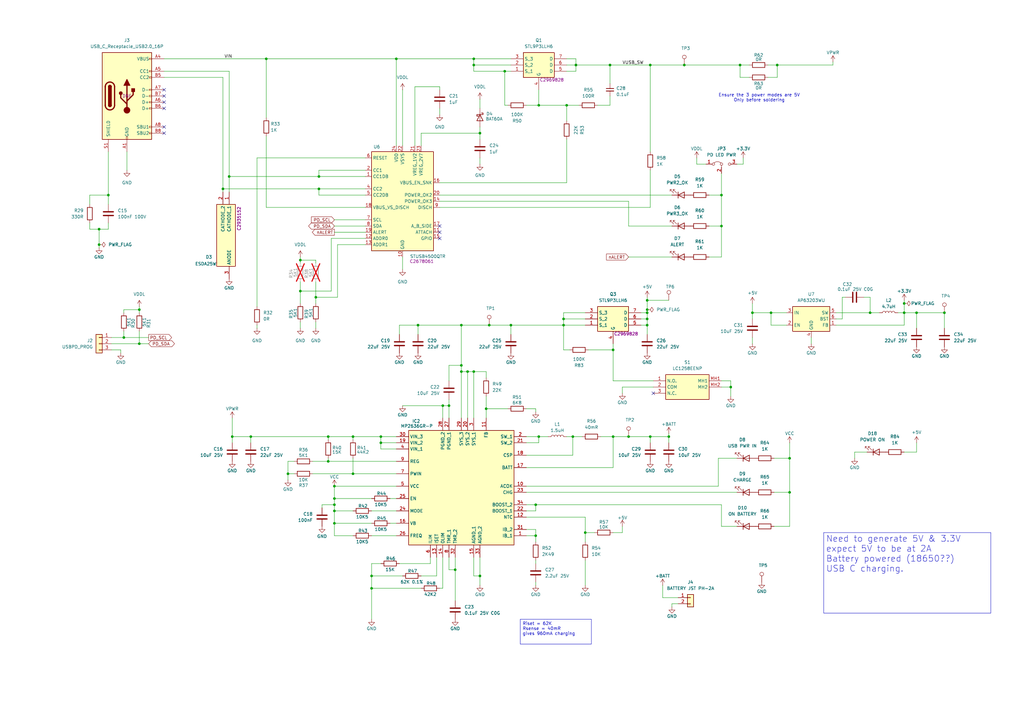
<source format=kicad_sch>
(kicad_sch (version 20250114) (generator "eeschema") (generator_version "9.0")
  (paper "A3")
  (text "Ensure the 3 power modes are 5V\nOnly before soldering" (at 311.404 40.132 0) (effects (font (size 1.27 1.27))))
  (text_box "Need to generate 5V & 3.3V\nexpect 5V to be at 2A\nBattery powered (18650??) \nUSB C charging." (at 337.82 218.44 0) (size 68.58 33.02) (margins 0.9525 0.9525 0.9525 0.9525) (effects (font (size 2.54 2.54)) (justify left top)))
  (text_box "Riset = 62K \nRsense = 40mR\ngives 960mA charging" (at 213.36 254 0) (size 29.21 10.16) (margins 0.9525 0.9525 0.9525 0.9525) (effects (font (size 1.27 1.27)) (justify left top)))
  (junction (at 299.72 158.75))
  (junction (at 194.31 152.4))
  (junction (at 266.7 179.07))
  (junction (at 118.11 194.31))
  (junction (at 194.31 24.13))
  (junction (at 57.15 140.97))
  (junction (at 231.14 133.35))
  (junction (at 295.91 80.01))
  (junction (at 156.21 179.07))
  (junction (at 318.77 26.67))
  (junction (at 95.25 179.07))
  (junction (at 189.23 152.4))
  (junction (at 189.23 149.86))
  (junction (at 356.87 128.27))
  (junction (at 234.95 179.07))
  (junction (at 370.84 124.46))
  (junction (at 40.64 93.98))
  (junction (at 200.66 133.35))
  (junction (at 308.61 128.27))
  (junction (at 375.92 128.27))
  (junction (at 144.78 194.31))
  (junction (at 303.53 26.67))
  (junction (at 137.16 214.63))
  (junction (at 162.56 24.13))
  (junction (at 265.43 123.19))
  (junction (at 265.43 128.27))
  (junction (at 93.98 72.39))
  (junction (at 156.21 181.61))
  (junction (at 186.69 233.68))
  (junction (at 240.03 218.44))
  (junction (at 137.16 207.01))
  (junction (at 220.98 179.07))
  (junction (at 265.43 127))
  (junction (at 219.71 219.71))
  (junction (at 196.85 54.61))
  (junction (at 102.87 179.07))
  (junction (at 370.84 128.27))
  (junction (at 209.55 133.35))
  (junction (at 196.85 236.22))
  (junction (at 274.32 179.07))
  (junction (at 295.91 92.71))
  (junction (at 231.14 130.81))
  (junction (at 207.01 29.21))
  (junction (at 250.19 26.67))
  (junction (at 266.7 26.67))
  (junction (at 199.39 167.64))
  (junction (at 387.35 128.27))
  (junction (at 220.98 43.18))
  (junction (at 323.85 201.93))
  (junction (at 265.43 130.81))
  (junction (at 171.45 133.35))
  (junction (at 265.43 133.35))
  (junction (at 137.16 204.47))
  (junction (at 189.23 133.35))
  (junction (at 280.67 26.67))
  (junction (at 194.31 26.67))
  (junction (at 137.16 209.55))
  (junction (at 257.81 179.07))
  (junction (at 134.62 189.23))
  (junction (at 232.41 43.18))
  (junction (at 129.54 121.92))
  (junction (at 323.85 187.96))
  (junction (at 44.45 80.01))
  (junction (at 40.64 100.33))
  (junction (at 91.44 77.47))
  (junction (at 316.23 128.27))
  (junction (at 109.22 24.13))
  (junction (at 181.61 166.37))
  (junction (at 123.19 119.38))
  (junction (at 130.81 77.47))
  (junction (at 191.77 152.4))
  (junction (at 152.4 236.22))
  (junction (at 184.15 166.37))
  (junction (at 134.62 179.07))
  (junction (at 130.81 72.39))
  (junction (at 251.46 143.51))
  (junction (at 236.22 26.67))
  (junction (at 50.8 138.43))
  (junction (at 137.16 199.39))
  (junction (at 152.4 241.3))
  (junction (at 123.19 106.68))
  (junction (at 57.15 127))
  (junction (at 251.46 179.07))
  (junction (at 144.78 179.07))
  (junction (at 219.71 207.01))
  (no_connect (at 67.31 44.45))
  (no_connect (at 67.31 39.37))
  (no_connect (at 67.31 36.83))
  (no_connect (at 180.34 95.25))
  (no_connect (at 267.97 161.29))
  (no_connect (at 67.31 54.61))
  (no_connect (at 180.34 97.79))
  (no_connect (at 67.31 41.91))
  (no_connect (at 180.34 92.71))
  (no_connect (at 67.31 52.07))
  (wire (pts (xy 36.83 83.82) (xy 36.83 80.01)))
  (wire (pts (xy 240.03 128.27) (xy 231.14 128.27)))
  (wire (pts (xy 137.16 214.63) (xy 137.16 209.55)))
  (wire (pts (xy 318.77 31.75) (xy 318.77 26.67)))
  (wire (pts (xy 295.91 92.71) (xy 290.83 92.71)))
  (wire (pts (xy 199.39 152.4) (xy 194.31 152.4)))
  (wire (pts (xy 137.16 219.71) (xy 137.16 214.63)))
  (wire (pts (xy 375.92 128.27) (xy 387.35 128.27)))
  (wire (pts (xy 354.33 121.92) (xy 356.87 121.92)))
  (wire (pts (xy 236.22 26.67) (xy 250.19 26.67)))
  (wire (pts (xy 57.15 127) (xy 57.15 128.27)))
  (wire (pts (xy 194.31 24.13) (xy 162.56 24.13)))
  (wire (pts (xy 186.69 233.68) (xy 186.69 246.38)))
  (wire (pts (xy 308.61 128.27) (xy 316.23 128.27)))
  (wire (pts (xy 130.81 69.85) (xy 130.81 72.39)))
  (wire (pts (xy 196.85 40.64) (xy 196.85 44.45)))
  (wire (pts (xy 184.15 149.86) (xy 189.23 149.86)))
  (wire (pts (xy 370.84 124.46) (xy 370.84 128.27)))
  (wire (pts (xy 215.9 181.61) (xy 220.98 181.61)))
  (wire (pts (xy 265.43 137.16) (xy 265.43 133.35)))
  (wire (pts (xy 152.4 236.22) (xy 152.4 231.14)))
  (wire (pts (xy 215.9 209.55) (xy 219.71 209.55)))
  (wire (pts (xy 171.45 137.16) (xy 171.45 133.35)))
  (wire (pts (xy 152.4 241.3) (xy 152.4 236.22)))
  (wire (pts (xy 49.53 143.51) (xy 49.53 144.78)))
  (wire (pts (xy 91.44 77.47) (xy 130.81 77.47)))
  (wire (pts (xy 95.25 179.07) (xy 95.25 181.61)))
  (wire (pts (xy 60.96 138.43) (xy 50.8 138.43)))
  (wire (pts (xy 308.61 124.46) (xy 308.61 128.27)))
  (wire (pts (xy 128.27 194.31) (xy 144.78 194.31)))
  (wire (pts (xy 144.78 179.07) (xy 156.21 179.07)))
  (wire (pts (xy 220.98 179.07) (xy 224.79 179.07)))
  (wire (pts (xy 219.71 229.87) (xy 219.71 231.14)))
  (wire (pts (xy 265.43 123.19) (xy 265.43 127)))
  (wire (pts (xy 162.56 189.23) (xy 134.62 189.23)))
  (wire (pts (xy 165.1 166.37) (xy 181.61 166.37)))
  (wire (pts (xy 123.19 106.68) (xy 123.19 107.95)))
  (wire (pts (xy 285.75 64.77) (xy 285.75 67.31)))
  (wire (pts (xy 180.34 82.55) (xy 257.81 82.55)))
  (wire (pts (xy 170.18 59.69) (xy 170.18 35.56)))
  (wire (pts (xy 134.62 179.07) (xy 134.62 180.34)))
  (wire (pts (xy 215.9 43.18) (xy 220.98 43.18)))
  (wire (pts (xy 255.27 158.75) (xy 267.97 158.75)))
  (wire (pts (xy 137.16 92.71) (xy 149.86 92.71)))
  (wire (pts (xy 303.53 31.75) (xy 303.53 26.67)))
  (wire (pts (xy 250.19 26.67) (xy 250.19 34.29)))
  (wire (pts (xy 152.4 241.3) (xy 172.72 241.3)))
  (wire (pts (xy 345.44 130.81) (xy 342.9 130.81)))
  (wire (pts (xy 149.86 97.79) (xy 135.89 97.79)))
  (wire (pts (xy 172.72 59.69) (xy 172.72 54.61)))
  (wire (pts (xy 341.63 26.67) (xy 341.63 25.4)))
  (wire (pts (xy 266.7 179.07) (xy 266.7 181.61)))
  (wire (pts (xy 109.22 24.13) (xy 109.22 48.26)))
  (wire (pts (xy 95.25 171.45) (xy 95.25 179.07)))
  (wire (pts (xy 271.78 245.11) (xy 271.78 240.03)))
  (wire (pts (xy 180.34 35.56) (xy 180.34 36.83)))
  (wire (pts (xy 102.87 179.07) (xy 134.62 179.07)))
  (wire (pts (xy 231.14 133.35) (xy 240.03 133.35)))
  (wire (pts (xy 149.86 85.09) (xy 109.22 85.09)))
  (wire (pts (xy 231.14 143.51) (xy 233.68 143.51)))
  (wire (pts (xy 207.01 29.21) (xy 194.31 29.21)))
  (wire (pts (xy 251.46 143.51) (xy 251.46 140.97)))
  (wire (pts (xy 232.41 43.18) (xy 232.41 49.53)))
  (wire (pts (xy 299.72 156.21) (xy 299.72 158.75)))
  (wire (pts (xy 199.39 167.64) (xy 199.39 171.45)))
  (wire (pts (xy 332.74 138.43) (xy 332.74 140.97)))
  (wire (pts (xy 220.98 43.18) (xy 232.41 43.18)))
  (wire (pts (xy 118.11 189.23) (xy 120.65 189.23)))
  (wire (pts (xy 370.84 133.35) (xy 370.84 128.27)))
  (wire (pts (xy 170.18 35.56) (xy 180.34 35.56)))
  (wire (pts (xy 240.03 218.44) (xy 243.84 218.44)))
  (wire (pts (xy 196.85 54.61) (xy 196.85 57.15)))
  (wire (pts (xy 304.8 67.31) (xy 302.26 67.31)))
  (wire (pts (xy 137.16 209.55) (xy 144.78 209.55)))
  (wire (pts (xy 280.67 26.67) (xy 303.53 26.67)))
  (wire (pts (xy 265.43 130.81) (xy 265.43 128.27)))
  (wire (pts (xy 67.31 24.13) (xy 109.22 24.13)))
  (wire (pts (xy 307.34 31.75) (xy 303.53 31.75)))
  (wire (pts (xy 209.55 24.13) (xy 194.31 24.13)))
  (wire (pts (xy 36.83 91.44) (xy 36.83 93.98)))
  (wire (pts (xy 285.75 67.31) (xy 289.56 67.31)))
  (wire (pts (xy 93.98 72.39) (xy 130.81 72.39)))
  (wire (pts (xy 191.77 152.4) (xy 189.23 152.4)))
  (wire (pts (xy 215.9 217.17) (xy 219.71 217.17)))
  (wire (pts (xy 199.39 154.94) (xy 199.39 152.4)))
  (wire (pts (xy 231.14 133.35) (xy 231.14 143.51)))
  (wire (pts (xy 137.16 214.63) (xy 152.4 214.63)))
  (wire (pts (xy 234.95 186.69) (xy 234.95 179.07)))
  (wire (pts (xy 231.14 130.81) (xy 240.03 130.81)))
  (wire (pts (xy 278.13 245.11) (xy 271.78 245.11)))
  (wire (pts (xy 215.9 167.64) (xy 219.71 167.64)))
  (wire (pts (xy 308.61 128.27) (xy 308.61 130.81)))
  (wire (pts (xy 250.19 43.18) (xy 250.19 39.37)))
  (wire (pts (xy 123.19 105.41) (xy 123.19 106.68)))
  (wire (pts (xy 316.23 128.27) (xy 322.58 128.27)))
  (wire (pts (xy 234.95 179.07) (xy 238.76 179.07)))
  (wire (pts (xy 314.96 31.75) (xy 318.77 31.75)))
  (wire (pts (xy 375.92 185.42) (xy 375.92 181.61)))
  (wire (pts (xy 208.28 43.18) (xy 207.01 43.18)))
  (wire (pts (xy 257.81 179.07) (xy 251.46 179.07)))
  (wire (pts (xy 240.03 218.44) (xy 240.03 222.25)))
  (wire (pts (xy 123.19 119.38) (xy 123.19 124.46)))
  (wire (pts (xy 370.84 123.19) (xy 370.84 124.46)))
  (wire (pts (xy 209.55 133.35) (xy 209.55 137.16)))
  (wire (pts (xy 152.4 219.71) (xy 162.56 219.71)))
  (wire (pts (xy 215.9 212.09) (xy 240.03 212.09)))
  (wire (pts (xy 200.66 133.35) (xy 209.55 133.35)))
  (wire (pts (xy 257.81 105.41) (xy 275.59 105.41)))
  (wire (pts (xy 44.45 80.01) (xy 44.45 62.23)))
  (wire (pts (xy 40.64 93.98) (xy 44.45 93.98)))
  (wire (pts (xy 215.9 207.01) (xy 219.71 207.01)))
  (wire (pts (xy 40.64 100.33) (xy 40.64 101.6)))
  (wire (pts (xy 129.54 132.08) (xy 129.54 134.62)))
  (wire (pts (xy 130.81 80.01) (xy 130.81 77.47)))
  (wire (pts (xy 219.71 209.55) (xy 219.71 207.01)))
  (wire (pts (xy 156.21 179.07) (xy 162.56 179.07)))
  (wire (pts (xy 295.91 215.9) (xy 302.26 215.9)))
  (wire (pts (xy 317.5 215.9) (xy 323.85 215.9)))
  (wire (pts (xy 219.71 217.17) (xy 219.71 219.71)))
  (wire (pts (xy 128.27 189.23) (xy 134.62 189.23)))
  (wire (pts (xy 295.91 158.75) (xy 299.72 158.75)))
  (wire (pts (xy 275.59 248.92) (xy 275.59 247.65)))
  (wire (pts (xy 109.22 24.13) (xy 162.56 24.13)))
  (wire (pts (xy 186.69 228.6) (xy 186.69 233.68)))
  (wire (pts (xy 180.34 74.93) (xy 232.41 74.93)))
  (wire (pts (xy 95.25 179.07) (xy 102.87 179.07)))
  (wire (pts (xy 262.89 130.81) (xy 265.43 130.81)))
  (wire (pts (xy 102.87 179.07) (xy 102.87 181.61)))
  (wire (pts (xy 137.16 199.39) (xy 162.56 199.39)))
  (wire (pts (xy 232.41 179.07) (xy 234.95 179.07)))
  (wire (pts (xy 232.41 29.21) (xy 236.22 29.21)))
  (wire (pts (xy 215.9 179.07) (xy 220.98 179.07)))
  (wire (pts (xy 209.55 26.67) (xy 194.31 26.67)))
  (wire (pts (xy 181.61 228.6) (xy 181.61 241.3)))
  (wire (pts (xy 171.45 133.35) (xy 189.23 133.35)))
  (wire (pts (xy 317.5 201.93) (xy 323.85 201.93)))
  (wire (pts (xy 314.96 26.67) (xy 318.77 26.67)))
  (wire (pts (xy 232.41 26.67) (xy 236.22 26.67)))
  (wire (pts (xy 199.39 162.56) (xy 199.39 167.64)))
  (wire (pts (xy 316.23 133.35) (xy 316.23 128.27)))
  (wire (pts (xy 160.02 214.63) (xy 162.56 214.63)))
  (wire (pts (xy 215.9 201.93) (xy 302.26 201.93)))
  (wire (pts (xy 232.41 57.15) (xy 232.41 74.93)))
  (wire (pts (xy 370.84 185.42) (xy 375.92 185.42)))
  (wire (pts (xy 91.44 77.47) (xy 91.44 31.75)))
  (wire (pts (xy 241.3 143.51) (xy 251.46 143.51)))
  (wire (pts (xy 179.07 236.22) (xy 179.07 228.6)))
  (wire (pts (xy 209.55 133.35) (xy 231.14 133.35)))
  (wire (pts (xy 184.15 156.21) (xy 184.15 149.86)))
  (wire (pts (xy 130.81 72.39) (xy 149.86 72.39)))
  (wire (pts (xy 134.62 189.23) (xy 134.62 187.96)))
  (wire (pts (xy 251.46 143.51) (xy 251.46 156.21)))
  (wire (pts (xy 240.03 229.87) (xy 240.03 240.03)))
  (wire (pts (xy 129.54 115.57) (xy 129.54 121.92)))
  (wire (pts (xy 220.98 181.61) (xy 220.98 179.07)))
  (wire (pts (xy 163.83 137.16) (xy 163.83 133.35)))
  (wire (pts (xy 251.46 218.44) (xy 255.27 218.44)))
  (wire (pts (xy 265.43 133.35) (xy 265.43 130.81)))
  (wire (pts (xy 215.9 191.77) (xy 251.46 191.77)))
  (wire (pts (xy 215.9 186.69) (xy 234.95 186.69)))
  (wire (pts (xy 180.34 80.01) (xy 275.59 80.01)))
  (wire (pts (xy 123.19 115.57) (xy 123.19 119.38)))
  (wire (pts (xy 67.31 29.21) (xy 93.98 29.21)))
  (wire (pts (xy 152.4 231.14) (xy 156.21 231.14)))
  (wire (pts (xy 172.72 236.22) (xy 179.07 236.22)))
  (wire (pts (xy 105.41 64.77) (xy 105.41 125.73)))
  (wire (pts (xy 93.98 29.21) (xy 93.98 72.39)))
  (wire (pts (xy 149.86 100.33) (xy 138.43 100.33)))
  (wire (pts (xy 262.89 128.27) (xy 265.43 128.27)))
  (wire (pts (xy 375.92 128.27) (xy 375.92 134.62)))
  (wire (pts (xy 118.11 194.31) (xy 118.11 189.23)))
  (wire (pts (xy 137.16 204.47) (xy 137.16 199.39)))
  (wire (pts (xy 36.83 80.01) (xy 44.45 80.01)))
  (wire (pts (xy 295.91 156.21) (xy 299.72 156.21)))
  (wire (pts (xy 162.56 24.13) (xy 162.56 59.69)))
  (wire (pts (xy 57.15 135.89) (xy 57.15 140.97)))
  (wire (pts (xy 176.53 231.14) (xy 176.53 228.6)))
  (wire (pts (xy 189.23 152.4) (xy 189.23 171.45)))
  (wire (pts (xy 123.19 119.38) (xy 135.89 119.38)))
  (wire (pts (xy 160.02 204.47) (xy 162.56 204.47)))
  (wire (pts (xy 152.4 204.47) (xy 137.16 204.47)))
  (wire (pts (xy 196.85 236.22) (xy 196.85 240.03)))
  (wire (pts (xy 162.56 194.31) (xy 144.78 194.31)))
  (wire (pts (xy 360.68 128.27) (xy 356.87 128.27)))
  (wire (pts (xy 138.43 100.33) (xy 138.43 121.92)))
  (wire (pts (xy 105.41 64.77) (xy 149.86 64.77)))
  (wire (pts (xy 50.8 135.89) (xy 50.8 138.43)))
  (wire (pts (xy 266.7 179.07) (xy 257.81 179.07)))
  (wire (pts (xy 323.85 187.96) (xy 323.85 201.93)))
  (wire (pts (xy 294.64 199.39) (xy 294.64 187.96)))
  (wire (pts (xy 266.7 26.67) (xy 280.67 26.67)))
  (wire (pts (xy 245.11 43.18) (xy 250.19 43.18)))
  (wire (pts (xy 236.22 24.13) (xy 236.22 26.67)))
  (wire (pts (xy 387.35 128.27) (xy 387.35 134.62)))
  (wire (pts (xy 44.45 93.98) (xy 44.45 91.44)))
  (wire (pts (xy 266.7 85.09) (xy 266.7 69.85)))
  (wire (pts (xy 267.97 156.21) (xy 251.46 156.21)))
  (wire (pts (xy 144.78 194.31) (xy 144.78 187.96)))
  (wire (pts (xy 250.19 26.67) (xy 266.7 26.67)))
  (wire (pts (xy 134.62 179.07) (xy 144.78 179.07)))
  (wire (pts (xy 295.91 207.01) (xy 295.91 215.9)))
  (wire (pts (xy 129.54 121.92) (xy 129.54 124.46)))
  (wire (pts (xy 274.32 179.07) (xy 274.32 177.8)))
  (wire (pts (xy 231.14 128.27) (xy 231.14 130.81)))
  (wire (pts (xy 152.4 209.55) (xy 162.56 209.55)))
  (wire (pts (xy 181.61 241.3) (xy 180.34 241.3)))
  (wire (pts (xy 265.43 121.92) (xy 265.43 123.19)))
  (wire (pts (xy 137.16 95.25) (xy 149.86 95.25)))
  (wire (pts (xy 194.31 152.4) (xy 191.77 152.4)))
  (wire (pts (xy 196.85 228.6) (xy 196.85 236.22)))
  (wire (pts (xy 304.8 64.77) (xy 304.8 67.31)))
  (wire (pts (xy 322.58 133.35) (xy 316.23 133.35)))
  (wire (pts (xy 294.64 187.96) (xy 302.26 187.96)))
  (wire (pts (xy 129.54 106.68) (xy 129.54 107.95)))
  (wire (pts (xy 162.56 184.15) (xy 156.21 184.15)))
  (wire (pts (xy 181.61 166.37) (xy 181.61 171.45)))
  (wire (pts (xy 57.15 140.97) (xy 45.72 140.97)))
  (wire (pts (xy 266.7 26.67) (xy 266.7 62.23)))
  (wire (pts (xy 219.71 238.76) (xy 219.71 240.03)))
  (wire (pts (xy 308.61 138.43) (xy 308.61 140.97)))
  (wire (pts (xy 240.03 212.09) (xy 240.03 218.44)))
  (wire (pts (xy 207.01 43.18) (xy 207.01 29.21)))
  (wire (pts (xy 262.89 133.35) (xy 265.43 133.35)))
  (wire (pts (xy 219.71 207.01) (xy 295.91 207.01)))
  (wire (pts (xy 299.72 158.75) (xy 299.72 162.56)))
  (wire (pts (xy 189.23 149.86) (xy 189.23 152.4)))
  (wire (pts (xy 184.15 166.37) (xy 184.15 163.83)))
  (wire (pts (xy 45.72 143.51) (xy 49.53 143.51)))
  (wire (pts (xy 118.11 194.31) (xy 120.65 194.31)))
  (wire (pts (xy 209.55 29.21) (xy 207.01 29.21)))
  (wire (pts (xy 137.16 207.01) (xy 137.16 204.47)))
  (wire (pts (xy 274.32 179.07) (xy 274.32 181.61)))
  (wire (pts (xy 251.46 191.77) (xy 251.46 179.07)))
  (wire (pts (xy 123.19 106.68) (xy 129.54 106.68)))
  (wire (pts (xy 191.77 171.45) (xy 191.77 152.4)))
  (wire (pts (xy 194.31 228.6) (xy 194.31 236.22)))
  (wire (pts (xy 246.38 179.07) (xy 251.46 179.07)))
  (wire (pts (xy 350.52 185.42) (xy 355.6 185.42)))
  (wire (pts (xy 109.22 85.09) (xy 109.22 55.88)))
  (wire (pts (xy 323.85 181.61) (xy 323.85 187.96)))
  (wire (pts (xy 255.27 161.29) (xy 255.27 158.75)))
  (wire (pts (xy 36.83 93.98) (xy 40.64 93.98)))
  (wire (pts (xy 232.41 24.13) (xy 236.22 24.13)))
  (wire (pts (xy 132.08 208.28) (xy 132.08 207.01)))
  (wire (pts (xy 184.15 228.6) (xy 184.15 233.68)))
  (wire (pts (xy 144.78 219.71) (xy 137.16 219.71)))
  (wire (pts (xy 275.59 247.65) (xy 278.13 247.65)))
  (wire (pts (xy 232.41 43.18) (xy 237.49 43.18)))
  (wire (pts (xy 152.4 254) (xy 152.4 241.3)))
  (wire (pts (xy 180.34 44.45) (xy 180.34 46.99)))
  (wire (pts (xy 93.98 72.39) (xy 93.98 78.74)))
  (wire (pts (xy 196.85 64.77) (xy 196.85 67.31)))
  (wire (pts (xy 303.53 26.67) (xy 307.34 26.67)))
  (wire (pts (xy 184.15 233.68) (xy 186.69 233.68)))
  (wire (pts (xy 265.43 128.27) (xy 265.43 127)))
  (wire (pts (xy 172.72 54.61) (xy 196.85 54.61)))
  (wire (pts (xy 163.83 133.35) (xy 171.45 133.35)))
  (wire (pts (xy 265.43 123.19) (xy 274.32 123.19)))
  (wire (pts (xy 130.81 77.47) (xy 149.86 77.47)))
  (wire (pts (xy 156.21 181.61) (xy 156.21 179.07)))
  (wire (pts (xy 220.98 36.83) (xy 220.98 43.18)))
  (wire (pts (xy 165.1 36.83) (xy 165.1 59.69)))
  (wire (pts (xy 123.19 132.08) (xy 123.19 134.62)))
  (wire (pts (xy 345.44 121.92) (xy 345.44 130.81)))
  (wire (pts (xy 105.41 133.35) (xy 105.41 134.62)))
  (wire (pts (xy 137.16 90.17) (xy 149.86 90.17)))
  (wire (pts (xy 156.21 184.15) (xy 156.21 181.61)))
  (wire (pts (xy 194.31 236.22) (xy 196.85 236.22)))
  (wire (pts (xy 295.91 80.01) (xy 295.91 92.71)))
  (wire (pts (xy 135.89 97.79) (xy 135.89 119.38)))
  (wire (pts (xy 257.81 82.55) (xy 257.81 92.71)))
  (wire (pts (xy 194.31 29.21) (xy 194.31 26.67)))
  (wire (pts (xy 295.91 71.12) (xy 295.91 80.01)))
  (wire (pts (xy 317.5 187.96) (xy 323.85 187.96)))
  (wire (pts (xy 231.14 130.81) (xy 231.14 133.35)))
  (wire (pts (xy 295.91 105.41) (xy 290.83 105.41)))
  (wire (pts (xy 215.9 199.39) (xy 294.64 199.39)))
  (wire (pts (xy 346.71 121.92) (xy 345.44 121.92)))
  (wire (pts (xy 152.4 236.22) (xy 165.1 236.22)))
  (wire (pts (xy 356.87 121.92) (xy 356.87 128.27)))
  (wire (pts (xy 144.78 179.07) (xy 144.78 180.34)))
  (wire (pts (xy 118.11 196.85) (xy 118.11 194.31)))
  (wire (pts (xy 257.81 92.71) (xy 275.59 92.71)))
  (wire (pts (xy 219.71 219.71) (xy 219.71 222.25)))
  (wire (pts (xy 184.15 166.37) (xy 184.15 171.45)))
  (wire (pts (xy 215.9 219.71) (xy 219.71 219.71)))
  (wire (pts (xy 40.64 93.98) (xy 40.64 100.33)))
  (wire (pts (xy 196.85 52.07) (xy 196.85 54.61)))
  (wire (pts (xy 266.7 179.07) (xy 274.32 179.07)))
  (wire (pts (xy 57.15 125.73) (xy 57.15 127)))
  (wire (pts (xy 50.8 127) (xy 50.8 128.27)))
  (wire (pts (xy 255.27 218.44) (xy 255.27 215.9)))
  (wire (pts (xy 44.45 83.82) (xy 44.45 80.01)))
  (wire (pts (xy 149.86 69.85) (xy 130.81 69.85)))
  (wire (pts (xy 370.84 128.27) (xy 368.3 128.27)))
  (wire (pts (xy 52.07 62.23) (xy 52.07 69.85)))
  (wire (pts (xy 199.39 167.64) (xy 208.28 167.64)))
  (wire (pts (xy 318.77 26.67) (xy 341.63 26.67)))
  (wire (pts (xy 50.8 138.43) (xy 45.72 138.43)))
  (wire (pts (xy 163.83 231.14) (xy 176.53 231.14)))
  (wire (pts (xy 189.23 133.35) (xy 200.66 133.35)))
  (wire (pts (xy 137.16 209.55) (xy 137.16 207.01)))
  (wire (pts (xy 180.34 85.09) (xy 266.7 85.09)))
  (wire (pts (xy 370.84 128.27) (xy 375.92 128.27)))
  (wire (pts (xy 290.83 80.01) (xy 295.91 80.01)))
  (wire (pts (xy 57.15 127) (xy 50.8 127)))
  (wire (pts (xy 189.23 133.35) (xy 189.23 149.86)))
  (wire (pts (xy 138.43 121.92) (xy 129.54 121.92)))
  (wire (pts (xy 342.9 133.35) (xy 370.84 133.35)))
  (wire (pts (xy 219.71 167.64) (xy 219.71 168.91)))
  (wire (pts (xy 295.91 92.71) (xy 295.91 105.41)))
  (wire (pts (xy 60.96 140.97) (xy 57.15 140.97)))
  (wire (pts (xy 132.08 207.01) (xy 137.16 207.01)))
  (wire (pts (xy 149.86 80.01) (xy 130.81 80.01)))
  (wire (pts (xy 165.1 105.41) (xy 165.1 110.49)))
  (wire (pts (xy 91.44 31.75) (xy 67.31 31.75)))
  (wire (pts (xy 181.61 166.37) (xy 184.15 166.37)))
  (wire (pts (xy 194.31 171.45) (xy 194.31 152.4)))
  (wire (pts (xy 350.52 187.96) (xy 350.52 185.42)))
  (wire (pts (xy 356.87 128.27) (xy 342.9 128.27)))
  (wire (pts (xy 156.21 181.61) (xy 162.56 181.61)))
  (wire (pts (xy 194.31 26.67) (xy 194.31 24.13)))
  (wire (pts (xy 91.44 77.47) (xy 91.44 78.74)))
  (wire (pts (xy 236.22 29.21) (xy 236.22 26.67)))
  (wire (pts (xy 323.85 201.93) (xy 323.85 215.9)))
  (label "VUSB_SW" (at 255.27 26.67 0))
  (label "VIN" (at 95.25 24.13 180))
  (global_label "PD_SCL" (shape output) (at 60.96 138.43 0) (property "Intersheetrefs" "${INTERSHEET_REFS}" (effects (hide yes))))
  (global_label "PD_SDA" (shape bidirectional) (at 60.96 140.97 0) (property "Intersheetrefs" "${INTERSHEET_REFS}" (effects (hide yes))))
  (global_label "nALERT" (shape input) (at 257.81 105.41 180) (property "Intersheetrefs" "${INTERSHEET_REFS}" (effects (hide yes))))
  (global_label "PD_SCL" (shape input) (at 137.16 90.17 180) (property "Intersheetrefs" "${INTERSHEET_REFS}" (effects (hide yes))))
  (global_label "PD_SDA" (shape bidirectional) (at 137.16 92.71 180) (property "Intersheetrefs" "${INTERSHEET_REFS}" (effects (hide yes))))
  (global_label "nALERT" (shape output) (at 137.16 95.25 180) (property "Intersheetrefs" "${INTERSHEET_REFS}" (effects (hide yes))))
  (symbol (lib_id "power:PWR_FLAG") (at 370.84 124.46 270) (unit 1)
    (property "Reference" "#FLG03" (effects (hide yes)))
    (property "Value" "PWR_FLAG" (at 373.634 124.46 90) (effects (justify left)))
    (property "Description" "Special symbol for telling ERC where power comes from" (effects (hide yes)))
  )
  (symbol (lib_id "power:VDDF") (at 165.1 36.83 0) (unit 1)
    (property "Reference" "#PWR0105" (effects (hide yes)))
    (property "Value" "VDDL" (at 165.1 31.75 0))
    (property "Description" "Power symbol creates a global label with name \"VDDF\"" (effects (hide yes)))
  )
  (symbol (lib_id "Device:C") (at 184.15 160.02 0) (unit 1)
    (property "Reference" "C22" (at 180.34 158.7499 0) (effects (justify right)))
    (property "Value" "10uF 25V" (at 180.34 161.2899 0) (effects (justify right)))
    (property "Footprint" "Capacitor_SMD:C_0805_2012Metric" (effects (hide yes)))
    (property "Description" "Unpolarized capacitor" (effects (hide yes)))
  )
  (symbol (lib_id "Device:R") (at 367.03 185.42 90) (mirror x) (unit 1)
    (property "Reference" "R84" (at 367.03 179.07 90))
    (property "Value" "1K" (at 367.03 181.61 90))
    (property "Footprint" "Resistor_SMD:R_0402_1005Metric" (effects (hide yes)))
    (property "LCSC" "C23179" (effects (hide yes)))
  )
  (symbol (lib_id "Device:LED") (at 306.07 215.9 0) (mirror x) (unit 1)
    (property "Reference" "D10" (at 304.4825 208.28 0))
    (property "Value" "ON BATTERY" (at 304.4825 210.82 0))
    (property "Footprint" "LED_SMD:LED_0805_2012Metric" (effects (hide yes)))
    (property "Description" "Light emitting diode" (effects (hide yes)))
    (property "Sim.Pins" "1=K 2=A" (effects (hide yes)))
  )
  (symbol (lib_id "Connector_Generic:Conn_01x02") (at 283.21 245.11 0) (unit 1)
    (property "Reference" "J4" (at 283.21 238.76 0))
    (property "Value" "BATTERY JST PH-2A" (at 283.21 241.3 0))
    (property "Footprint" "S2B-XH-A_LF__SN_:SHDRRA2W80P0X250_1X2_740X1150X610P" (effects (hide yes)))
    (property "Description" "Generic connector, single row, 01x02, script generated (kicad-library-utils/schlib/autogen/connector/)" (effects (hide yes)))
    (property "Mouser Part Number" "306-S2B-XH-ALFSN" (effects (hide yes)))
  )
  (symbol (lib_id "Device:C") (at 196.85 60.96 0) (unit 1)
    (property "Reference" "C24" (at 200.66 59.6899 0) (effects (justify left)))
    (property "Value" "1uF" (at 200.66 62.2299 0) (effects (justify left)))
    (property "Footprint" "Capacitor_SMD:C_0603_1608Metric" (effects (hide yes)))
    (property "Description" "Unpolarized capacitor" (effects (hide yes)))
    (property "LCSC" "C15849" (effects (hide yes)))
  )
  (symbol (lib_id "Device:C") (at 44.45 87.63 0) (unit 1)
    (property "Reference" "C15" (at 48.26 86.3599 0) (effects (justify left)))
    (property "Value" "100nF 100V" (at 48.26 88.8999 0) (effects (justify left)))
    (property "Footprint" "Capacitor_SMD:C_0603_1608Metric" (effects (hide yes)))
    (property "Description" "Unpolarized capacitor" (effects (hide yes)))
    (property "LCSC" "C14663" (effects (hide yes)))
  )
  (symbol (lib_id "power:VDDF") (at 285.75 64.77 0) (unit 1)
    (property "Reference" "#PWR0126" (effects (hide yes)))
    (property "Value" "VDDL" (at 285.75 60.96 0))
    (property "Description" "Power symbol creates a global label with name \"VDDF\"" (effects (hide yes)))
  )
  (symbol (lib_id "power:GND") (at 265.43 144.78 0) (mirror y) (unit 1)
    (property "Reference" "#PWR0116" (effects (hide yes)))
    (property "Value" "GND" (at 265.43 148.59 0))
  )
  (symbol (lib_id "power:GND") (at 275.59 248.92 0) (mirror y) (unit 1)
    (property "Reference" "#PWR0125" (effects (hide yes)))
    (property "Value" "GND" (at 275.59 252.73 0))
  )
  (symbol (lib_id "power:GND") (at 308.61 140.97 0) (mirror y) (unit 1)
    (property "Reference" "#PWR0128" (effects (hide yes)))
    (property "Value" "GND" (at 308.61 144.78 0))
  )
  (symbol (lib_id "power:+BATT") (at 274.32 177.8 0) (unit 1)
    (property "Reference" "#PWR0123" (effects (hide yes)))
    (property "Value" "+BATT" (at 274.32 173.99 0))
    (property "Description" "Power symbol creates a global label with name \"+BATT\"" (effects (hide yes)))
  )
  (symbol (lib_id "Device:R") (at 287.02 105.41 90) (mirror x) (unit 1)
    (property "Reference" "R61" (at 287.02 99.06 90))
    (property "Value" "1K" (at 287.02 101.6 90))
    (property "Footprint" "Resistor_SMD:R_0402_1005Metric" (effects (hide yes)))
    (property "LCSC" "C23179" (effects (hide yes)))
  )
  (symbol (lib_id "Device:R") (at 241.3 43.18 270) (unit 1)
    (property "Reference" "R55" (at 241.3 36.83 90))
    (property "Value" "100R" (at 241.3 39.37 90))
    (property "Footprint" "Resistor_SMD:R_0402_1005Metric" (effects (hide yes)))
    (property "Description" "Resistor" (effects (hide yes)))
    (property "LCSC" "DNF" (effects (hide yes)))
  )
  (symbol (lib_id "power:VCC") (at 323.85 181.61 0) (unit 1)
    (property "Reference" "#PWR0130" (effects (hide yes)))
    (property "Value" "VCC" (at 323.85 177.8 0))
    (property "Description" "Power symbol creates a global label with name \"VCC\"" (effects (hide yes)))
  )
  (symbol (lib_id "Device:R") (at 237.49 143.51 90) (unit 1)
    (property "Reference" "R83" (at 237.49 149.86 90))
    (property "Value" "100K" (at 237.49 147.32 90))
    (property "Footprint" "Resistor_SMD:R_0402_1005Metric" (effects (hide yes)))
    (property "Description" "Resistor" (effects (hide yes)))
    (property "LCSC" "DNF" (effects (hide yes)))
  )
  (symbol (lib_id "Jumper:Jumper_3_Bridged12") (at 295.91 67.31 0) (unit 1) (in_bom no)
    (property "Reference" "JP3" (at 295.91 60.96 0))
    (property "Value" "PD LED PWR" (at 295.91 63.5 0))
    (property "Footprint" "Jumpers:SolderJumper-3_P1.3mm_Bridged12_Pad1.0x1.5mm_NumberLabels" (effects (hide yes)))
    (property "Description" "Jumper, 3-pole, pins 1+2 closed/bridged" (effects (hide yes)))
  )
  (symbol (lib_id "Interface_USB:STUSB4500QTR") (at 165.1 82.55 0) (unit 1)
    (property "Reference" "U6" (at 153.162 60.198 0) (effects (justify left)))
    (property "Value" "STUSB4500QTR" (at 168.148 105.156 0) (effects (justify left)))
    (property "Footprint" "Package_DFN_QFN:QFN-24-1EP_4x4mm_P0.5mm_EP2.7x2.7mm" (effects (hide yes)))
    (property "Datasheet" "https://www.st.com/resource/en/datasheet/stusb4500.pdf" (effects (hide yes)))
    (property "Description" "Stand-alone USB PD controller (with sink Auto-run mode), QFN-24" (effects (hide yes)))
    (property "LCSC" "C2678061" (at 172.974 107.188 0))
  )
  (symbol (lib_id "Device:LED") (at 279.4 92.71 0) (mirror x) (unit 1)
    (property "Reference" "D6" (at 277.8125 85.09 0))
    (property "Value" "PWR3_OK" (at 277.8125 87.63 0))
    (property "Footprint" "LED_SMD:LED_0603_1608Metric" (effects (hide yes)))
    (property "Description" "Light emitting diode" (effects (hide yes)))
    (property "Sim.Pins" "1=K 2=A" (effects (hide yes)))
  )
  (symbol (lib_id "power:GND") (at 49.53 144.78 0) (unit 1)
    (property "Reference" "#PWR089" (effects (hide yes)))
    (property "Value" "GND" (at 49.53 148.59 0))
  )
  (symbol (lib_id "Device:R") (at 124.46 189.23 90) (mirror x) (unit 1)
    (property "Reference" "R36" (at 124.4388 184.4879 90))
    (property "Value" "5K1" (at 124.4388 186.7739 90))
    (property "Footprint" "Resistor_SMD:R_0402_1005Metric" (effects (hide yes)))
    (property "LCSC" "C23179" (effects (hide yes)))
  )
  (symbol (lib_id "Device:L") (at 228.6 179.07 90) (unit 1)
    (property "Reference" "L1" (at 228.6 173.99 90))
    (property "Value" "1.5uH" (at 228.6 176.53 90))
    (property "Footprint" "SRN6045HA-1R5Y:INDPM6060X470N" (effects (hide yes)))
    (property "Description" "Inductor" (effects (hide yes)))
    (property "Mouser Part Number" "652-SRN6045HA-1R5Y" (effects (hide yes)))
  )
  (symbol (lib_id "Device:R") (at 129.54 128.27 180) (unit 1)
    (property "Reference" "R39" (at 125.73 128.778 90))
    (property "Value" "5K1" (at 127.508 128.27 90))
    (property "Footprint" "Resistor_SMD:R_0402_1005Metric" (effects (hide yes)))
    (property "Description" "Resistor" (effects (hide yes)))
    (property "LCSC" "C25905" (effects (hide yes)))
  )
  (symbol (lib_id "power:GND") (at 299.72 162.56 0) (mirror y) (unit 1)
    (property "Reference" "#PWR0210" (effects (hide yes)))
    (property "Value" "GND" (at 299.72 166.37 0))
  )
  (symbol (lib_id "ESDA25W:ESDA25W") (at 93.98 78.74 270) (unit 1)
    (property "Reference" "D3" (at 84.328 105.41 90) (effects (justify left)))
    (property "Value" "ESDA25W" (at 80.01 108.204 90) (effects (justify left)))
    (property "Footprint" "ESDA25W:SOT65P210X110-3N" (effects (hide yes)))
    (property "Datasheet" "https://www.st.com/resource/en/datasheet/esdaxxxwx.pdf" (effects (hide yes)))
    (property "Description" "STMicroelectronics ESDA25W Dual Uni-Directional TVS Diode Array, 400W peak, 3-Pin SOT-323" (effects (hide yes)))
    (property "Height" "1.1" (effects (hide yes)))
    (property "Mouser Part Number" "511-ESDA25W" (effects (hide yes)))
    (property "Mouser Price/Stock" "https://www.mouser.co.uk/ProductDetail/STMicroelectronics/ESDA25W?qs=f9uBznyCLhbO4Du0O%2FZtlA%3D%3D" (effects (hide yes)))
    (property "Manufacturer_Name" "STMicroelectronics" (effects (hide yes)))
    (property "Manufacturer_Part_Number" "ESDA25W" (effects (hide yes)))
    (property "LCSC" "C2935152" (at 98.044 89.662 0))
  )
  (symbol (lib_id "Device:R") (at 219.71 226.06 180) (unit 1)
    (property "Reference" "R52" (at 222.25 224.7899 0) (effects (justify right)))
    (property "Value" "2K49" (at 222.25 227.3299 0) (effects (justify right)))
    (property "Footprint" "Resistor_SMD:R_0402_1005Metric" (effects (hide yes)))
    (property "LCSC" "C23179" (effects (hide yes)))
  )
  (symbol (lib_id "power:+3.3V") (at 341.63 25.4 0) (unit 1)
    (property "Reference" "#PWR0132" (effects (hide yes)))
    (property "Value" "VPWR" (at 341.63 21.59 0))
  )
  (symbol (lib_id "power:GND") (at 186.69 254 0) (mirror y) (unit 1)
    (property "Reference" "#PWR0110" (effects (hide yes)))
    (property "Value" "GND" (at 186.69 257.81 0))
  )
  (symbol (lib_id "power:GND") (at 171.45 144.78 0) (mirror y) (unit 1)
    (property "Reference" "#PWR0108" (effects (hide yes)))
    (property "Value" "GND" (at 171.45 148.59 0))
  )
  (symbol (lib_id "Device:C") (at 387.35 138.43 0) (mirror y) (unit 1)
    (property "Reference" "C34" (at 391.16 137.1599 0) (effects (justify right)))
    (property "Value" "22uF 25V" (at 391.16 139.6999 0) (effects (justify right)))
    (property "Footprint" "Capacitor_SMD:C_0805_2012Metric" (effects (hide yes)))
    (property "Description" "Unpolarized capacitor" (effects (hide yes)))
  )
  (symbol (lib_id "Device:R") (at 123.19 111.76 180) (unit 1) (dnp yes)
    (property "Reference" "R34" (at 119.38 112.268 90))
    (property "Value" "5K1" (at 121.158 111.76 90))
    (property "Footprint" "Resistor_SMD:R_0402_1005Metric" (effects (hide yes)))
    (property "Description" "Resistor" (effects (hide yes)))
    (property "LCSC" "C25905" (effects (hide yes)))
  )
  (symbol (lib_id "Device:LED") (at 306.07 201.93 0) (mirror x) (unit 1)
    (property "Reference" "D9" (at 304.4825 194.31 0))
    (property "Value" "CHARGE" (at 304.4825 196.85 0))
    (property "Footprint" "LED_SMD:LED_0805_2012Metric" (effects (hide yes)))
    (property "Description" "Light emitting diode" (effects (hide yes)))
    (property "Sim.Pins" "1=K 2=A" (effects (hide yes)))
  )
  (symbol (lib_id "power:GND") (at 350.52 187.96 0) (mirror y) (unit 1)
    (property "Reference" "#PWR0212" (effects (hide yes)))
    (property "Value" "GND" (at 350.52 191.77 0))
  )
  (symbol (lib_id "Device:R") (at 144.78 184.15 0) (mirror x) (unit 1)
    (property "Reference" "R41" (at 148.336 183.642 0))
    (property "Value" "44K2" (at 148.844 185.42 0))
    (property "Footprint" "Resistor_SMD:R_0402_1005Metric" (effects (hide yes)))
    (property "LCSC" "C23179" (effects (hide yes)))
  )
  (symbol (lib_id "Device:R") (at 160.02 231.14 90) (unit 1)
    (property "Reference" "R46" (at 160.274 229.108 90))
    (property "Value" "15K" (at 159.9988 233.5961 90))
    (property "Footprint" "Resistor_SMD:R_0402_1005Metric" (effects (hide yes)))
    (property "LCSC" "C23179" (effects (hide yes)))
  )
  (symbol (lib_id "Regulator_Switching:AP63203WU") (at 332.74 130.81 0) (unit 1)
    (property "Reference" "U7" (at 332.74 120.65 0))
    (property "Value" "AP63203WU" (at 332.74 123.19 0))
    (property "Footprint" "Package_TO_SOT_SMD:TSOT-23-6" (effects (hide yes)))
    (property "Datasheet" "https://www.diodes.com/assets/Datasheets/AP63200-AP63201-AP63203-AP63205.pdf" (effects (hide yes)))
    (property "Description" "2A, 1.1MHz Buck DC/DC Converter, fixed 3.3V output voltage, TSOT-23-6" (effects (hide yes)))
    (property "Mouser Part Number" "621-AP63203WU-7" (effects (hide yes)))
  )
  (symbol (lib_id "Device:LED") (at 359.41 185.42 0) (mirror x) (unit 1)
    (property "Reference" "D18" (at 357.8225 177.8 0))
    (property "Value" "POWER ON" (at 357.8225 180.34 0))
    (property "Footprint" "LED_SMD:LED_0805_2012Metric" (effects (hide yes)))
    (property "Description" "Light emitting diode" (effects (hide yes)))
    (property "Sim.Pins" "1=K 2=A" (effects (hide yes)))
  )
  (symbol (lib_id "Device:R") (at 287.02 80.01 90) (mirror x) (unit 1)
    (property "Reference" "R59" (at 287.02 73.66 90))
    (property "Value" "1K" (at 287.02 76.2 90))
    (property "Footprint" "Resistor_SMD:R_0402_1005Metric" (effects (hide yes)))
    (property "LCSC" "C23179" (effects (hide yes)))
  )
  (symbol (lib_id "power:GND") (at 105.41 134.62 0) (unit 1)
    (property "Reference" "#PWR096" (effects (hide yes)))
    (property "Value" "GND" (at 105.41 139.7 0))
    (property "Description" "Power symbol creates a global label with name \"GND\" , ground" (effects (hide yes)))
  )
  (symbol (lib_id "Connector:TestPoint") (at 274.32 123.19 0) (unit 1) (in_bom no)
    (property "Reference" "TP6" (at 273.05 117.602 0) (effects (justify left)))
    (property "Value" "TestPoint" (effects (hide yes)))
    (property "Footprint" "TestPoint:TestPoint_Loop_D1.80mm_Drill1.0mm_Beaded" (effects (hide yes)))
    (property "Description" "test point" (effects (hide yes)))
    (property "LCSC" "DNF" (effects (hide yes)))
  )
  (symbol (lib_id "power:GND") (at 209.55 144.78 0) (mirror y) (unit 1)
    (property "Reference" "#PWR0115" (effects (hide yes)))
    (property "Value" "GND" (at 209.55 148.59 0))
  )
  (symbol (lib_id "power:GND") (at 180.34 46.99 0) (unit 1)
    (property "Reference" "#PWR0109" (effects (hide yes)))
    (property "Value" "GND" (at 180.34 52.07 0))
    (property "Description" "Power symbol creates a global label with name \"GND\" , ground" (effects (hide yes)))
  )
  (symbol (lib_id "power:GND") (at 129.54 134.62 0) (mirror y) (unit 1)
    (property "Reference" "#PWR0100" (effects (hide yes)))
    (property "Value" "GND" (at 129.54 139.7 0))
    (property "Description" "Power symbol creates a global label with name \"GND\" , ground" (effects (hide yes)))
  )
  (symbol (lib_id "Device:R") (at 266.7 66.04 180) (unit 1)
    (property "Reference" "R58" (at 269.24 64.7699 0) (effects (justify right)))
    (property "Value" "1K" (at 269.24 67.3099 0) (effects (justify right)))
    (property "Footprint" "Resistor_SMD:R_0402_1005Metric" (effects (hide yes)))
    (property "Description" "Resistor" (effects (hide yes)))
    (property "LCSC" "DNF" (effects (hide yes)))
  )
  (symbol (lib_id "Device:R") (at 50.8 132.08 0) (mirror x) (unit 1)
    (property "Reference" "R30" (at 54.61 132.588 90))
    (property "Value" "5K1" (at 52.832 132.08 90))
    (property "Footprint" "Resistor_SMD:R_0402_1005Metric" (effects (hide yes)))
    (property "Description" "Resistor" (effects (hide yes)))
    (property "LCSC" "C25905" (effects (hide yes)))
  )
  (symbol (lib_id "power:GND") (at 165.1 110.49 0) (unit 1)
    (property "Reference" "#PWR0106" (effects (hide yes)))
    (property "Value" "GND" (at 165.1 115.57 0))
    (property "Description" "Power symbol creates a global label with name \"GND\" , ground" (effects (hide yes)))
  )
  (symbol (lib_id "Connector:TestPoint") (at 257.81 179.07 0) (unit 1) (in_bom no)
    (property "Reference" "TP2" (at 256.54 172.212 0) (effects (justify left)))
    (property "Value" "TestPoint" (effects (hide yes)))
    (property "Footprint" "TestPoint:TestPoint_Loop_D1.80mm_Drill1.0mm_Beaded" (effects (hide yes)))
    (property "Description" "test point" (effects (hide yes)))
    (property "LCSC" "DNF" (effects (hide yes)))
  )
  (symbol (lib_id "power:GND") (at 219.71 168.91 0) (mirror y) (unit 1)
    (property "Reference" "#PWR0117" (effects (hide yes)))
    (property "Value" "GND" (at 219.71 172.72 0))
  )
  (symbol (lib_id "Device:R") (at 199.39 158.75 0) (mirror y) (unit 1)
    (property "Reference" "R49" (at 201.93 157.4799 0) (effects (justify right)))
    (property "Value" "22K" (at 201.93 160.0199 0) (effects (justify right)))
    (property "Footprint" "Resistor_SMD:R_0402_1005Metric" (effects (hide yes)))
    (property "LCSC" "C23179" (effects (hide yes)))
  )
  (symbol (lib_id "Device:R") (at 212.09 167.64 90) (mirror x) (unit 1)
    (property "Reference" "R51" (at 212.0688 162.8979 90))
    (property "Value" "6K8" (at 212.0688 165.1839 90))
    (property "Footprint" "Resistor_SMD:R_0402_1005Metric" (effects (hide yes)))
    (property "LCSC" "C23179" (effects (hide yes)))
  )
  (symbol (lib_id "power:GND") (at 274.32 189.23 0) (mirror y) (unit 1)
    (property "Reference" "#PWR0124" (effects (hide yes)))
    (property "Value" "GND" (at 274.32 193.04 0))
  )
  (symbol (lib_id "Device:R") (at 148.59 219.71 90) (unit 1)
    (property "Reference" "R43" (at 148.844 217.678 90))
    (property "Value" "10K5" (at 148.5688 222.1661 90))
    (property "Footprint" "Resistor_SMD:R_0402_1005Metric" (effects (hide yes)))
    (property "LCSC" "C23179" (effects (hide yes)))
  )
  (symbol (lib_id "Device:R") (at 148.59 209.55 90) (unit 1)
    (property "Reference" "R42" (at 148.844 207.518 90))
    (property "Value" "10K5" (at 148.5688 212.0061 90))
    (property "Footprint" "Resistor_SMD:R_0402_1005Metric" (effects (hide yes)))
    (property "LCSC" "C23179" (effects (hide yes)))
  )
  (symbol (lib_id "MP2636GR-P:MP2636GR-P") (at 162.56 179.07 0) (unit 1)
    (property "Reference" "IC2" (at 170.688 172.72 0))
    (property "Value" "MP2636GR-P" (at 170.942 174.752 0))
    (property "Footprint" "MP2636GR-P:MP2636GR" (effects (hide yes)))
    (property "Datasheet" "https://componentsearchengine.com/Datasheets/1/MP2636GR-P.pdf" (effects (hide yes)))
    (property "Description" "Battery Management 3A Single-Cell Switching Charger with Power-path and 3A System Boost Current" (effects (hide yes)))
    (property "Height" "1" (effects (hide yes)))
    (property "Mouser Part Number" "946-MP2636GR-P" (effects (hide yes)))
    (property "Mouser Price/Stock" "https://www.mouser.co.uk/ProductDetail/Monolithic-Power-Systems-MPS/MP2636GR-P?qs=493kPxzlxfKwWh2e3qhhDw%3D%3D" (effects (hide yes)))
    (property "Manufacturer_Name" "Monolithic Power Systems (MPS)" (effects (hide yes)))
    (property "Manufacturer_Part_Number" "MP2636GR-P" (effects (hide yes)))
  )
  (symbol (lib_id "Device:R") (at 176.53 241.3 90) (unit 1)
    (property "Reference" "R48" (at 176.784 239.268 90))
    (property "Value" "42K2" (at 176.5088 243.7561 90))
    (property "Footprint" "Resistor_SMD:R_0402_1005Metric" (effects (hide yes)))
    (property "LCSC" "C23179" (effects (hide yes)))
  )
  (symbol (lib_id "Device:R") (at 168.91 236.22 90) (unit 1)
    (property "Reference" "R47" (at 169.164 234.188 90))
    (property "Value" "62K 0.1%" (at 168.8888 238.6761 90))
    (property "Footprint" "Resistor_SMD:R_0402_1005Metric" (effects (hide yes)))
    (property "LCSC" "C23179" (effects (hide yes)))
  )
  (symbol (lib_id "Device:R") (at 36.83 87.63 0) (mirror x) (unit 1)
    (property "Reference" "R29" (at 34.29 86.3599 0) (effects (justify right)))
    (property "Value" "330R" (at 34.29 88.8999 0) (effects (justify right)))
    (property "Footprint" "Resistor_SMD:R_0402_1005Metric" (effects (hide yes)))
    (property "Description" "Resistor" (effects (hide yes)))
    (property "LCSC" "DNF" (effects (hide yes)))
  )
  (symbol (lib_id "Device:R") (at 313.69 215.9 90) (mirror x) (unit 1)
    (property "Reference" "R66" (at 313.69 209.55 90))
    (property "Value" "1K" (at 313.69 212.09 90))
    (property "Footprint" "Resistor_SMD:R_0402_1005Metric" (effects (hide yes)))
    (property "LCSC" "C23179" (effects (hide yes)))
  )
  (symbol (lib_id "Device:R") (at 124.46 194.31 90) (unit 1)
    (property "Reference" "R37" (at 124.4388 199.0521 90))
    (property "Value" "10K" (at 124.4388 196.7661 90))
    (property "Footprint" "Resistor_SMD:R_0402_1005Metric" (effects (hide yes)))
    (property "LCSC" "C23179" (effects (hide yes)))
  )
  (symbol (lib_id "Device:R") (at 311.15 26.67 90) (unit 1)
    (property "Reference" "R62" (at 311.15 22.606 90))
    (property "Value" "0R" (at 311.15 24.384 90))
    (property "Footprint" "Resistor_SMD:R_0603_1608Metric" (effects (hide yes)))
    (property "Description" "Resistor" (effects (hide yes)))
    (property "LCSC" "DNF" (effects (hide yes)))
  )
  (symbol (lib_id "Device:R") (at 240.03 226.06 180) (unit 1)
    (property "Reference" "R54" (at 242.57 224.7899 0) (effects (justify right)))
    (property "Value" "10K" (at 242.57 227.3299 0) (effects (justify right)))
    (property "Footprint" "Resistor_SMD:R_0402_1005Metric" (effects (hide yes)))
    (property "LCSC" "C23179" (effects (hide yes)))
  )
  (symbol (lib_id "power:VDDF") (at 57.15 125.73 0) (mirror y) (unit 1)
    (property "Reference" "#PWR091" (effects (hide yes)))
    (property "Value" "VDDL" (at 57.15 120.65 0))
    (property "Description" "Power symbol creates a global label with name \"VDDF\"" (effects (hide yes)))
  )
  (symbol (lib_id "power:GND") (at 52.07 69.85 0) (unit 1)
    (property "Reference" "#PWR090" (effects (hide yes)))
    (property "Value" "GND" (at 52.07 74.93 0))
    (property "Description" "Power symbol creates a global label with name \"GND\" , ground" (effects (hide yes)))
  )
  (symbol (lib_id "power:PWR_FLAG") (at 40.64 100.33 270) (unit 1)
    (property "Reference" "#FLG01" (effects (hide yes)))
    (property "Value" "PWR_FLAG" (at 44.45 100.3299 90) (effects (justify left)))
    (property "Description" "Special symbol for telling ERC where power comes from" (effects (hide yes)))
  )
  (symbol (lib_id "power:GND") (at 332.74 140.97 0) (mirror y) (unit 1)
    (property "Reference" "#PWR0131" (effects (hide yes)))
    (property "Value" "GND" (at 332.74 144.78 0))
  )
  (symbol (lib_id "power:GND") (at 387.35 142.24 0) (mirror y) (unit 1)
    (property "Reference" "#PWR0135" (effects (hide yes)))
    (property "Value" "GND" (at 387.35 146.05 0))
  )
  (symbol (lib_id "power:GND") (at 123.19 134.62 0) (mirror y) (unit 1)
    (property "Reference" "#PWR099" (effects (hide yes)))
    (property "Value" "GND" (at 123.19 139.7 0))
    (property "Description" "Power symbol creates a global label with name \"GND\" , ground" (effects (hide yes)))
  )
  (symbol (lib_id "Device:LED") (at 279.4 105.41 0) (mirror x) (unit 1)
    (property "Reference" "D7" (at 277.8125 97.79 0))
    (property "Value" "ALERT" (at 277.8125 100.33 0))
    (property "Footprint" "LED_SMD:LED_0603_1608Metric" (effects (hide yes)))
    (property "Description" "Light emitting diode" (effects (hide yes)))
    (property "Sim.Pins" "1=K 2=A" (effects (hide yes)))
  )
  (symbol (lib_id "power:GND") (at 152.4 254 0) (mirror y) (unit 1)
    (property "Reference" "#PWR0103" (effects (hide yes)))
    (property "Value" "GND" (at 152.4 257.81 0))
  )
  (symbol (lib_id "Device:C") (at 308.61 134.62 0) (unit 1)
    (property "Reference" "C31" (at 304.8 133.3499 0) (effects (justify right)))
    (property "Value" "10uF 25V" (at 304.8 135.8899 0) (effects (justify right)))
    (property "Footprint" "Capacitor_SMD:C_0805_2012Metric" (effects (hide yes)))
    (property "Description" "Unpolarized capacitor" (effects (hide yes)))
  )
  (symbol (lib_id "Device:R") (at 105.41 129.54 180) (unit 1)
    (property "Reference" "R32" (at 107.95 128.2699 0) (effects (justify right)))
    (property "Value" "0R" (at 107.95 130.8099 0) (effects (justify right)))
    (property "Footprint" "Resistor_SMD:R_0402_1005Metric" (effects (hide yes)))
    (property "Description" "Resistor" (effects (hide yes)))
    (property "LCSC" "DNF" (effects (hide yes)))
  )
  (symbol (lib_id "power:GND") (at 102.87 189.23 0) (mirror y) (unit 1)
    (property "Reference" "#PWR095" (effects (hide yes)))
    (property "Value" "GND" (at 102.87 193.04 0))
  )
  (symbol (lib_id "Connector:TestPoint") (at 200.66 133.35 0) (unit 1) (in_bom no)
    (property "Reference" "TP1" (at 199.39 126.492 0) (effects (justify left)))
    (property "Value" "TestPoint" (effects (hide yes)))
    (property "Footprint" "TestPoint:TestPoint_Loop_D1.80mm_Drill1.0mm_Beaded" (effects (hide yes)))
    (property "Description" "test point" (effects (hide yes)))
    (property "LCSC" "DNF" (effects (hide yes)))
  )
  (symbol (lib_id "power:+3.3V") (at 304.8 64.77 0) (unit 1)
    (property "Reference" "#PWR0129" (effects (hide yes)))
    (property "Value" "+3.3V" (at 304.8 60.96 0))
  )
  (symbol (lib_id "Device:C_Small") (at 250.19 36.83 0) (unit 1)
    (property "Reference" "C28" (at 252.73 36.2013 0) (effects (justify left)))
    (property "Value" "0.1uF" (at 252.73 38.7413 0) (effects (justify left)))
    (property "Footprint" "Capacitor_SMD:C_0603_1608Metric" (effects (hide yes)))
    (property "LCSC" "C14663" (effects (hide yes)))
  )
  (symbol (lib_id "Device:R") (at 156.21 204.47 90) (unit 1)
    (property "Reference" "R44" (at 156.464 202.438 90))
    (property "Value" "10K5" (at 156.1888 206.9261 90))
    (property "Footprint" "Resistor_SMD:R_0402_1005Metric" (effects (hide yes)))
    (property "LCSC" "C23179" (effects (hide yes)))
  )
  (symbol (lib_id "power:GND") (at 163.83 144.78 0) (mirror y) (unit 1)
    (property "Reference" "#PWR0104" (effects (hide yes)))
    (property "Value" "GND" (at 163.83 148.59 0))
  )
  (symbol (lib_id "Device:C") (at 171.45 140.97 0) (mirror y) (unit 1)
    (property "Reference" "C20" (at 175.26 139.6999 0) (effects (justify right)))
    (property "Value" "22uF 25V" (at 175.26 142.2399 0) (effects (justify right)))
    (property "Footprint" "Capacitor_SMD:C_0805_2012Metric" (effects (hide yes)))
    (property "Description" "Unpolarized capacitor" (effects (hide yes)))
  )
  (symbol (lib_id "Diode:BAT60A") (at 196.85 48.26 270) (unit 1)
    (property "Reference" "D4" (at 199.39 46.6724 90) (effects (justify left)))
    (property "Value" "BAT60A" (at 199.136 48.768 90) (effects (justify left)))
    (property "Footprint" "Diode_SMD:D_SOD-323" (effects (hide yes)))
    (property "Datasheet" "https://www.infineon.com/dgdl/Infineon-BAT60ASERIES-DS-v01_01-en.pdf?fileId=db3a304313d846880113def70c9304a9" (effects (hide yes)))
    (property "Description" "10V 3A High Current Recitifier Schottky Diode, SOD-323" (effects (hide yes)))
    (property "LCSC" "C5355496" (effects (hide yes)))
  )
  (symbol (lib_id "Device:C") (at 95.25 185.42 0) (unit 1)
    (property "Reference" "C16" (at 91.44 184.1499 0) (effects (justify right)))
    (property "Value" "10uF 25V" (at 91.44 186.6899 0) (effects (justify right)))
    (property "Footprint" "Capacitor_SMD:C_0805_2012Metric" (effects (hide yes)))
    (property "Description" "Unpolarized capacitor" (effects (hide yes)))
  )
  (symbol (lib_id "Device:R") (at 212.09 43.18 90) (unit 1)
    (property "Reference" "R50" (at 212.09 49.53 90))
    (property "Value" "100K" (at 212.09 46.99 90))
    (property "Footprint" "Resistor_SMD:R_0402_1005Metric" (effects (hide yes)))
    (property "Description" "Resistor" (effects (hide yes)))
    (property "LCSC" "DNF" (effects (hide yes)))
  )
  (symbol (lib_id "power:+5V") (at 375.92 181.61 0) (unit 1)
    (property "Reference" "#PWR0211" (effects (hide yes)))
    (property "Value" "+5V" (at 375.92 177.292 0))
    (property "Description" "Power symbol creates a global label with name \"+5V\"" (effects (hide yes)))
  )
  (symbol (lib_id "power:GND") (at 255.27 161.29 0) (mirror y) (unit 1)
    (property "Reference" "#PWR0209" (effects (hide yes)))
    (property "Value" "GND" (at 255.27 165.1 0))
  )
  (symbol (lib_id "Device:C") (at 266.7 185.42 0) (unit 1)
    (property "Reference" "C29" (at 262.89 184.1499 0) (effects (justify right)))
    (property "Value" "10uF 25V" (at 262.89 186.6899 0) (effects (justify right)))
    (property "Footprint" "Capacitor_SMD:C_0805_2012Metric" (effects (hide yes)))
    (property "Description" "Unpolarized capacitor" (effects (hide yes)))
  )
  (symbol (lib_id "Device:R") (at 123.19 128.27 180) (unit 1)
    (property "Reference" "R35" (at 119.38 128.778 90))
    (property "Value" "5K1" (at 121.158 128.27 90))
    (property "Footprint" "Resistor_SMD:R_0402_1005Metric" (effects (hide yes)))
    (property "Description" "Resistor" (effects (hide yes)))
    (property "LCSC" "C25905" (effects (hide yes)))
  )
  (symbol (lib_id "power:GND") (at 93.98 114.3 0) (mirror y) (unit 1)
    (property "Reference" "#PWR092" (effects (hide yes)))
    (property "Value" "GND" (at 93.98 118.11 0))
    (property "Description" "Power symbol creates a global label with name \"GND\" , ground" (effects (hide yes)))
  )
  (symbol (lib_id "power:VCC") (at 137.16 199.39 0) (unit 1)
    (property "Reference" "#PWR0102" (effects (hide yes)))
    (property "Value" "VCC" (at 137.16 195.58 0))
    (property "Description" "Power symbol creates a global label with name \"VCC\"" (effects (hide yes)))
  )
  (symbol (lib_id "power:+5V") (at 308.61 124.46 0) (unit 1)
    (property "Reference" "#PWR0127" (effects (hide yes)))
    (property "Value" "+5V" (at 308.61 120.142 0))
    (property "Description" "Power symbol creates a global label with name \"+5V\"" (effects (hide yes)))
  )
  (symbol (lib_id "Device:C") (at 274.32 185.42 0) (mirror y) (unit 1)
    (property "Reference" "C30" (at 278.13 184.1499 0) (effects (justify right)))
    (property "Value" "10uF 25V" (at 278.13 186.6899 0) (effects (justify right)))
    (property "Footprint" "Capacitor_SMD:C_0805_2012Metric" (effects (hide yes)))
    (property "Description" "Unpolarized capacitor" (effects (hide yes)))
  )
  (symbol (lib_id "power:GND") (at 196.85 240.03 0) (mirror y) (unit 1)
    (property "Reference" "#PWR0114" (effects (hide yes)))
    (property "Value" "GND" (at 196.85 243.84 0))
  )
  (symbol (lib_id "power:+3.3V") (at 95.25 171.45 0) (unit 1)
    (property "Reference" "#PWR093" (effects (hide yes)))
    (property "Value" "VPWR" (at 95.25 167.64 0))
  )
  (symbol (lib_id "power:GND") (at 118.11 196.85 0) (mirror y) (unit 1)
    (property "Reference" "#PWR097" (effects (hide yes)))
    (property "Value" "GND" (at 118.11 200.66 0))
  )
  (symbol (lib_id "power:GND") (at 40.64 101.6 0) (mirror y) (unit 1)
    (property "Reference" "#PWR088" (effects (hide yes)))
    (property "Value" "GND" (at 40.64 105.41 0))
  )
  (symbol (lib_id "Device:C") (at 209.55 140.97 0) (unit 1)
    (property "Reference" "C25" (at 205.74 139.6999 0) (effects (justify right)))
    (property "Value" "22uF 25V" (at 205.74 142.2399 0) (effects (justify right)))
    (property "Footprint" "Capacitor_SMD:C_0805_2012Metric" (effects (hide yes)))
    (property "Description" "Unpolarized capacitor" (effects (hide yes)))
  )
  (symbol (lib_id "Device:C") (at 219.71 234.95 0) (mirror y) (unit 1)
    (property "Reference" "C27" (at 223.52 233.6799 0) (effects (justify right)))
    (property "Value" "2.2uF 25V" (at 223.52 236.2199 0) (effects (justify right)))
    (property "Footprint" "Capacitor_SMD:C_0805_2012Metric" (effects (hide yes)))
    (property "Description" "Unpolarized capacitor" (effects (hide yes)))
  )
  (symbol (lib_id "Device:R") (at 313.69 187.96 90) (mirror x) (unit 1)
    (property "Reference" "R64" (at 313.69 181.61 90))
    (property "Value" "1K" (at 313.69 184.15 90))
    (property "Footprint" "Resistor_SMD:R_0402_1005Metric" (effects (hide yes)))
    (property "LCSC" "C23179" (effects (hide yes)))
  )
  (symbol (lib_id "Device:C") (at 180.34 40.64 0) (unit 1)
    (property "Reference" "C21" (at 184.15 39.3699 0) (effects (justify left)))
    (property "Value" "1uF" (at 184.15 41.9099 0) (effects (justify left)))
    (property "Footprint" "Capacitor_SMD:C_0603_1608Metric" (effects (hide yes)))
    (property "Description" "Unpolarized capacitor" (effects (hide yes)))
    (property "LCSC" "C15849" (effects (hide yes)))
  )
  (symbol (lib_id "Device:R") (at 109.22 52.07 180) (unit 1)
    (property "Reference" "R33" (at 110.998 50.8 0) (effects (justify right)))
    (property "Value" "1K" (at 110.998 53.34 0) (effects (justify right)))
    (property "Footprint" "Resistor_SMD:R_0402_1005Metric" (effects (hide yes)))
    (property "Description" "Resistor" (effects (hide yes)))
    (property "LCSC" "DNF" (effects (hide yes)))
  )
  (symbol (lib_id "STL9P3LLH6:STL9P3LLH6") (at 240.03 133.35 0) (mirror x) (unit 1)
    (property "Reference" "Q3" (at 251.46 120.65 0))
    (property "Value" "STL9P3LLH6" (at 251.46 123.19 0))
    (property "Footprint" "STL9P3LLH6:STL20N6F7" (effects (hide yes)))
    (property "Datasheet" "https://www.st.com/resource/en/datasheet/stl9p3llh6.pdf" (effects (hide yes)))
    (property "Description" "MOSFET P-channel -30 V, 12 mOhm typ., -9 A STripFET H6 Power MOSFET in a PowerFLAT 3.3 x 3.3 package" (effects (hide yes)))
    (property "Manufacturer_Name" "STMicroelectronics" (effects (hide yes)))
    (property "Manufacturer_Part_Number" "STL9P3LLH6" (effects (hide yes)))
    (property "Mouser Part Number" "511-STL9P3LLH6" (effects (hide yes)))
    (property "Mouser Price/Stock" "https://www.mouser.co.uk/ProductDetail/STMicroelectronics/STL9P3LLH6?qs=mKNKSX85ZJeHtH1e81LEbQ%3D%3D" (effects (hide yes)))
    (property "Arrow Part Number" "STL9P3LLH6" (effects (hide yes)))
    (property "Arrow Price/Stock" "https://www.arrow.com/en/products/stl9p3llh6/stmicroelectronics?region=europe" (effects (hide yes)))
    (property "LCSC" "C2969828" (at 256.794 136.906 0))
  )
  (symbol (lib_id "Device:LED") (at 306.07 187.96 0) (mirror x) (unit 1)
    (property "Reference" "D8" (at 304.4825 180.34 0))
    (property "Value" "USB PWR IN" (at 304.4825 182.88 0))
    (property "Footprint" "LED_SMD:LED_0805_2012Metric" (effects (hide yes)))
    (property "Description" "Light emitting diode" (effects (hide yes)))
    (property "Sim.Pins" "1=K 2=A" (effects (hide yes)))
  )
  (symbol (lib_id "power:GND") (at 312.42 238.76 0) (mirror y) (unit 1)
    (property "Reference" "#PWR0221" (effects (hide yes)))
    (property "Value" "GND" (at 312.42 242.57 0))
  )
  (symbol (lib_id "Device:R") (at 129.54 111.76 180) (unit 1) (dnp yes)
    (property "Reference" "R38" (at 125.73 112.268 90))
    (property "Value" "5K1" (at 127.508 111.76 90))
    (property "Footprint" "Resistor_SMD:R_0402_1005Metric" (effects (hide yes)))
    (property "Description" "Resistor" (effects (hide yes)))
    (property "LCSC" "C25905" (effects (hide yes)))
  )
  (symbol (lib_id "power:GND") (at 132.08 215.9 0) (mirror y) (unit 1)
    (property "Reference" "#PWR0101" (effects (hide yes)))
    (property "Value" "GND" (at 132.08 219.964 0))
  )
  (symbol (lib_id "Device:C") (at 265.43 140.97 0) (mirror y) (unit 1)
    (property "Reference" "C26" (at 269.24 139.6999 0) (effects (justify right)))
    (property "Value" "22uF 25V" (at 269.24 142.2399 0) (effects (justify right)))
    (property "Footprint" "Capacitor_SMD:C_0805_2012Metric" (effects (hide yes)))
    (property "Description" "Unpolarized capacitor" (effects (hide yes)))
  )
  (symbol (lib_id "power:VDDF") (at 123.19 105.41 0) (unit 1)
    (property "Reference" "#PWR098" (effects (hide yes)))
    (property "Value" "VDDL" (at 123.19 100.33 0))
    (property "Description" "Power symbol creates a global label with name \"VDDF\"" (effects (hide yes)))
  )
  (symbol (lib_id "Connector:TestPoint") (at 312.42 238.76 0) (unit 1) (in_bom no)
    (property "Reference" "TP5" (at 311.15 231.902 0) (effects (justify left)))
    (property "Value" "TestPoint" (effects (hide yes)))
    (property "Footprint" "TestPoint:TestPoint_Loop_D1.80mm_Drill1.0mm_Beaded" (effects (hide yes)))
    (property "Description" "test point" (effects (hide yes)))
    (property "LCSC" "DNF" (effects (hide yes)))
  )
  (symbol (lib_id "LC1258EENP:LC1258EENP") (at 267.97 156.21 0) (unit 1)
    (property "Reference" "S1" (at 281.94 148.59 0))
    (property "Value" "LC1258EENP" (at 281.94 151.13 0))
    (property "Footprint" "LC1258EENP:LC1258EENP" (effects (hide yes)))
    (property "Datasheet" "https://configured-product-images.s3.amazonaws.com/2D/specs/LC1258EENP.pdf" (effects (hide yes)))
    (property "Description" "PUSHBUTTON, 300mA, 30VDC SPDT, On-On Through Hole, Right Angle" (effects (hide yes)))
    (property "Height" "8.3" (effects (hide yes)))
    (property "Mouser Part Number" "612-LC1258EENP" (effects (hide yes)))
    (property "Mouser Price/Stock" "https://www.mouser.co.uk/ProductDetail/E-Switch/LC1258EENP?qs=7Bi7Dg8SEnyIohrYIgJzIA%3D%3D" (effects (hide yes)))
    (property "Manufacturer_Name" "E-Switch" (effects (hide yes)))
    (property "Manufacturer_Part_Number" "LC1258EENP" (effects (hide yes)))
    (property "LCSC" "DNF" (effects (hide yes)))
  )
  (symbol (lib_id "Device:R") (at 311.15 31.75 90) (unit 1)
    (property "Reference" "R63" (at 311.15 34.29 90))
    (property "Value" "0R" (at 311.15 36.068 90))
    (property "Footprint" "Resistor_SMD:R_0603_1608Metric" (effects (hide yes)))
    (property "Description" "Resistor" (effects (hide yes)))
    (property "LCSC" "DNF" (effects (hide yes)))
  )
  (symbol (lib_id "Device:R") (at 287.02 92.71 90) (mirror x) (unit 1)
    (property "Reference" "R60" (at 287.02 86.36 90))
    (property "Value" "1K" (at 287.02 88.9 90))
    (property "Footprint" "Resistor_SMD:R_0402_1005Metric" (effects (hide yes)))
    (property "LCSC" "C23179" (effects (hide yes)))
  )
  (symbol (lib_id "power:GND") (at 266.7 189.23 0) (mirror y) (unit 1)
    (property "Reference" "#PWR0121" (effects (hide yes)))
    (property "Value" "GND" (at 266.7 193.04 0))
  )
  (symbol (lib_id "power:+BATT") (at 271.78 240.03 0) (unit 1)
    (property "Reference" "#PWR0122" (effects (hide yes)))
    (property "Value" "+BATT" (at 271.78 236.22 0))
    (property "Description" "Power symbol creates a global label with name \"+BATT\"" (effects (hide yes)))
  )
  (symbol (lib_id "power:GND") (at 375.92 142.24 0) (mirror y) (unit 1)
    (property "Reference" "#PWR0134" (effects (hide yes)))
    (property "Value" "GND" (at 375.92 146.05 0))
  )
  (symbol (lib_id "Connector:TestPoint") (at 387.35 128.27 0) (unit 1) (in_bom no)
    (property "Reference" "TP4" (at 386.08 121.412 0) (effects (justify left)))
    (property "Value" "TestPoint" (effects (hide yes)))
    (property "Footprint" "TestPoint:TestPoint_Loop_D1.80mm_Drill1.0mm_Beaded" (effects (hide yes)))
    (property "Description" "test point" (effects (hide yes)))
    (property "LCSC" "DNF" (effects (hide yes)))
  )
  (symbol (lib_id "power:+5V") (at 255.27 215.9 0) (unit 1)
    (property "Reference" "#PWR0120" (effects (hide yes)))
    (property "Value" "+5V" (at 255.27 212.344 0))
    (property "Description" "Power symbol creates a global label with name \"+5V\"" (effects (hide yes)))
  )
  (symbol (lib_id "Device:C") (at 102.87 185.42 0) (mirror y) (unit 1)
    (property "Reference" "C17" (at 106.68 184.1499 0) (effects (justify right)))
    (property "Value" "22uF 25V" (at 106.68 186.6899 0) (effects (justify right)))
    (property "Footprint" "Capacitor_SMD:C_0805_2012Metric" (effects (hide yes)))
    (property "Description" "Unpolarized capacitor" (effects (hide yes)))
  )
  (symbol (lib_id "Device:C") (at 375.92 138.43 0) (unit 1)
    (property "Reference" "C33" (at 372.11 137.1599 0) (effects (justify right)))
    (property "Value" "22uF 25V" (at 372.11 139.6999 0) (effects (justify right)))
    (property "Footprint" "Capacitor_SMD:C_0805_2012Metric" (effects (hide yes)))
    (property "Description" "Unpolarized capacitor" (effects (hide yes)))
  )
  (symbol (lib_id "power:GND") (at 95.25 189.23 0) (mirror y) (unit 1)
    (property "Reference" "#PWR094" (effects (hide yes)))
    (property "Value" "GND" (at 95.25 193.04 0))
  )
  (symbol (lib_id "Device:R") (at 57.15 132.08 0) (mirror x) (unit 1)
    (property "Reference" "R31" (at 60.96 132.588 90))
    (property "Value" "5K1" (at 59.182 132.08 90))
    (property "Footprint" "Resistor_SMD:R_0402_1005Metric" (effects (hide yes)))
    (property "Description" "Resistor" (effects (hide yes)))
    (property "LCSC" "C25905" (effects (hide yes)))
  )
  (symbol (lib_id "Device:C") (at 132.08 212.09 0) (mirror y) (unit 1)
    (property "Reference" "C18" (at 128.27 210.8199 0) (effects (justify left)))
    (property "Value" "100nF" (at 128.27 213.3599 0) (effects (justify left)))
    (property "Footprint" "Capacitor_SMD:C_0603_1608Metric" (effects (hide yes)))
    (property "Description" "Unpolarized capacitor" (effects (hide yes)))
    (property "LCSC" "C49678" (effects (hide yes)))
  )
  (symbol (lib_id "power:GND") (at 219.71 240.03 0) (mirror y) (unit 1)
    (property "Reference" "#PWR0118" (effects (hide yes)))
    (property "Value" "GND" (at 219.71 243.84 0))
  )
  (symbol (lib_id "Connector:TestPoint") (at 280.67 26.67 0) (unit 1) (in_bom no)
    (property "Reference" "TP3" (at 279.4 19.812 0) (effects (justify left)))
    (property "Value" "TestPoint" (effects (hide yes)))
    (property "Footprint" "TestPoint:TestPoint_Loop_D1.80mm_Drill1.0mm_Beaded" (effects (hide yes)))
    (property "Description" "test point" (effects (hide yes)))
    (property "LCSC" "DNF" (effects (hide yes)))
  )
  (symbol (lib_id "Device:R") (at 156.21 214.63 90) (unit 1)
    (property "Reference" "R45" (at 156.464 212.598 90))
    (property "Value" "10K5" (at 156.1888 217.0861 90))
    (property "Footprint" "Resistor_SMD:R_0402_1005Metric" (effects (hide yes)))
    (property "LCSC" "C23179" (effects (hide yes)))
  )
  (symbol (lib_id "power:+3.3V") (at 370.84 123.19 0) (unit 1)
    (property "Reference" "#PWR0133" (effects (hide yes)))
    (property "Value" "+3.3V" (at 370.84 119.38 0))
  )
  (symbol (lib_id "Connector:USB_C_Receptacle_USB2.0_16P") (at 52.07 39.37 0) (unit 1)
    (property "Reference" "J3" (at 52.07 16.51 0))
    (property "Value" "USB_C_Receptacle_USB2.0_16P" (at 52.07 19.05 0))
    (property "Footprint" "Connector_USB:USB_C_Receptacle_HCTL_HC-TYPE-C-16P-01A" (effects (hide yes)))
    (property "Datasheet" "https://www.usb.org/sites/default/files/documents/usb_type-c.zip" (effects (hide yes)))
    (property "Description" "USB 2.0-only 16P Type-C Receptacle connector" (effects (hide yes)))
    (property "LCSC" "DNF" (at 52.07 39.37 0))
  )
  (symbol (lib_id "power:GND") (at 240.03 240.03 0) (mirror y) (unit 1)
    (property "Reference" "#PWR0119" (effects (hide yes)))
    (property "Value" "GND" (at 240.03 243.84 0))
  )
  (symbol (lib_id "power:GND") (at 196.85 67.31 0) (unit 1)
    (property "Reference" "#PWR0113" (effects (hide yes)))
    (property "Value" "GND" (at 196.85 71.882 0))
    (property "Description" "Power symbol creates a global label with name \"GND\" , ground" (effects (hide yes)))
  )
  (symbol (lib_id "power:PWR_FLAG") (at 265.43 127 270) (unit 1)
    (property "Reference" "#FLG02" (effects (hide yes)))
    (property "Value" "PWR_FLAG" (at 269.24 126.9999 90) (effects (justify left)))
    (property "Description" "Special symbol for telling ERC where power comes from" (effects (hide yes)))
  )
  (symbol (lib_id "Device:R") (at 247.65 218.44 90) (mirror x) (unit 1)
    (property "Reference" "R57" (at 247.65 214.122 90))
    (property "Value" "10K" (at 247.65 216.154 90))
    (property "Footprint" "Resistor_SMD:R_0402_1005Metric" (effects (hide yes)))
    (property "LCSC" "C23179" (effects (hide yes)))
  )
  (symbol (lib_id "power:GND") (at 165.1 166.37 0) (mirror y) (unit 1)
    (property "Reference" "#PWR0107" (effects (hide yes)))
    (property "Value" "GND" (at 165.1 170.18 0))
  )
  (symbol (lib_id "Device:C") (at 350.52 121.92 90) (unit 1)
    (property "Reference" "C32" (at 349.504 116.586 90) (effects (justify left)))
    (property "Value" "0.1uF 25V C0G" (at 358.14 118.618 90) (effects (justify left)))
    (property "Footprint" "Capacitor_SMD:C_0603_1608Metric" (effects (hide yes)))
    (property "Description" "Unpolarized capacitor" (effects (hide yes)))
    (property "LCSC" "C49678" (effects (hide yes)))
  )
  (symbol (lib_id "STL9P3LLH6:STL9P3LLH6") (at 209.55 29.21 0) (mirror x) (unit 1)
    (property "Reference" "Q1" (at 220.98 16.51 0))
    (property "Value" "STL9P3LLH6" (at 220.98 19.05 0))
    (property "Footprint" "STL9P3LLH6:STL20N6F7" (effects (hide yes)))
    (property "Datasheet" "https://www.st.com/resource/en/datasheet/stl9p3llh6.pdf" (effects (hide yes)))
    (property "Description" "MOSFET P-channel -30 V, 12 mOhm typ., -9 A STripFET H6 Power MOSFET in a PowerFLAT 3.3 x 3.3 package" (effects (hide yes)))
    (property "Manufacturer_Name" "STMicroelectronics" (effects (hide yes)))
    (property "Manufacturer_Part_Number" "STL9P3LLH6" (effects (hide yes)))
    (property "Mouser Part Number" "511-STL9P3LLH6" (effects (hide yes)))
    (property "Mouser Price/Stock" "https://www.mouser.co.uk/ProductDetail/STMicroelectronics/STL9P3LLH6?qs=mKNKSX85ZJeHtH1e81LEbQ%3D%3D" (effects (hide yes)))
    (property "Arrow Part Number" "STL9P3LLH6" (effects (hide yes)))
    (property "Arrow Price/Stock" "https://www.arrow.com/en/products/stl9p3llh6/stmicroelectronics?region=europe" (effects (hide yes)))
    (property "LCSC" "C2969828" (at 226.314 32.766 0))
  )
  (symbol (lib_id "power:VDDF") (at 196.85 40.64 0) (unit 1)
    (property "Reference" "#PWR0112" (effects (hide yes)))
    (property "Value" "VDDL" (at 196.85 35.56 0))
    (property "Description" "Power symbol creates a global label with name \"VDDF\"" (effects (hide yes)))
  )
  (symbol (lib_id "Device:R") (at 242.57 179.07 90) (mirror x) (unit 1)
    (property "Reference" "R56" (at 242.57 172.72 90))
    (property "Value" "40mR" (at 242.57 175.26 90))
    (property "Footprint" "Resistor_SMD:R_1206_3216Metric" (effects (hide yes)))
    (property "LCSC" "C23179" (effects (hide yes)))
  )
  (symbol (lib_id "Device:R") (at 232.41 53.34 0) (mirror y) (unit 1)
    (property "Reference" "R53" (at 238.76 53.34 90))
    (property "Value" "22K" (at 236.22 53.34 90))
    (property "Footprint" "Resistor_SMD:R_0402_1005Metric" (effects (hide yes)))
    (property "Description" "Resistor" (effects (hide yes)))
    (property "LCSC" "DNF" (effects (hide yes)))
  )
  (symbol (lib_id "Device:C") (at 163.83 140.97 0) (unit 1)
    (property "Reference" "C19" (at 160.02 139.6999 0) (effects (justify right)))
    (property "Value" "22uF 25V" (at 160.02 142.2399 0) (effects (justify right)))
    (property "Footprint" "Capacitor_SMD:C_0805_2012Metric" (effects (hide yes)))
    (property "Description" "Unpolarized capacitor" (effects (hide yes)))
  )
  (symbol (lib_id "Device:R") (at 313.69 201.93 90) (mirror x) (unit 1)
    (property "Reference" "R65" (at 313.69 195.58 90))
    (property "Value" "1K" (at 313.69 198.12 90))
    (property "Footprint" "Resistor_SMD:R_0402_1005Metric" (effects (hide yes)))
    (property "LCSC" "C23179" (effects (hide yes)))
  )
  (symbol (lib_id "power:+5V") (at 265.43 121.92 0) (unit 1)
    (property "Reference" "#PWR0111" (effects (hide yes)))
    (property "Value" "+5V" (at 265.43 117.602 0))
    (property "Description" "Power symbol creates a global label with name \"+5V\"" (effects (hide yes)))
  )
  (symbol (lib_id "Device:R") (at 134.62 184.15 0) (mirror x) (unit 1)
    (property "Reference" "R40" (at 138.176 183.642 0))
    (property "Value" "15K" (at 138.176 185.42 0))
    (property "Footprint" "Resistor_SMD:R_0402_1005Metric" (effects (hide yes)))
    (property "LCSC" "C23179" (effects (hide yes)))
  )
  (symbol (lib_id "Connector_Generic:Conn_01x03") (at 40.64 140.97 0) (mirror y) (unit 1)
    (property "Reference" "J2" (at 38.1 139.6999 0) (effects (justify left)))
    (property "Value" "USBPD_PROG" (at 38.1 142.2399 0) (effects (justify left)))
    (property "Footprint" "Connector_PinHeader_2.54mm:PinHeader_1x03_P2.54mm_Vertical" (effects (hide yes)))
    (property "Description" "Generic connector, single row, 01x03, script generated (kicad-library-utils/schlib/autogen/connector/)" (effects (hide yes)))
  )
  (symbol (lib_id "Device:L") (at 364.49 128.27 90) (unit 1)
    (property "Reference" "L2" (at 364.49 123.19 90))
    (property "Value" "4.7uH" (at 364.49 125.73 90))
    (property "Footprint" "NRS5020T4R7MMGJ:NRS5020T220MMGJV" (effects (hide yes)))
    (property "Description" "Inductor" (effects (hide yes)))
    (property "Mouser Part Number" "963-NRS5020T4R7MMGJ" (effects (hide yes)))
  )
  (symbol (lib_id "Device:C") (at 186.69 250.19 0) (unit 1)
    (property "Reference" "C23" (at 190.5 248.9199 0) (effects (justify left)))
    (property "Value" "0.1uF 25V C0G" (at 190.5 251.4599 0) (effects (justify left)))
    (property "Footprint" "Capacitor_SMD:C_0603_1608Metric" (effects (hide yes)))
    (property "Description" "Unpolarized capacitor" (effects (hide yes)))
    (property "LCSC" "C49678" (effects (hide yes)))
  )
  (symbol (lib_id "Device:LED") (at 279.4 80.01 0) (mirror x) (unit 1)
    (property "Reference" "D5" (at 277.8125 72.39 0))
    (property "Value" "PWR2_OK" (at 277.8125 74.93 0))
    (property "Footprint" "LED_SMD:LED_0603_1608Metric" (effects (hide yes)))
    (property "Description" "Light emitting diode" (effects (hide yes)))
    (property "Sim.Pins" "1=K 2=A" (effects (hide yes)))
  )
)
</source>
